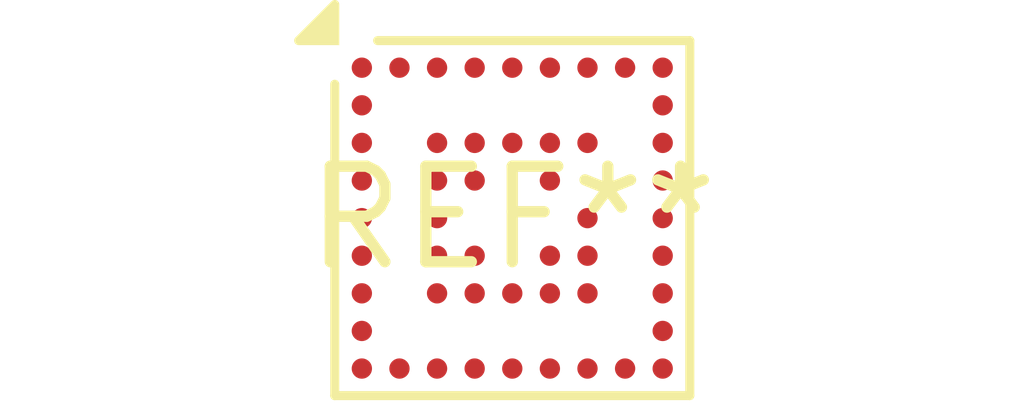
<source format=kicad_pcb>
(kicad_pcb (version 20240108) (generator pcbnew)
  (layers (0 "F.Cu" signal) (31 "B.Cu" signal) (34 "B.Paste" user) (35 "F.Paste" user) (36 "B.SilkS" user "B.Silkscreen") (37 "F.SilkS" user "F.Silkscreen") (38 "B.Mask" user) (39 "F.Mask" user) (44 "Edge.Cuts" user))
  (net 0 "")
  (footprint "ublox_ZOE_M8" (layer "F.Cu") (at 0 0)
    (property "Reference" "REF**")
    (property "Value" "ublox_ZOE_M8")
    (fp_line (start -2.36 2.36) (end -2.36 -1.78) (layer "F.SilkS") (stroke (width 0.12)))
    (fp_line (start -1.79 -2.36) (end 2.36 -2.36) (layer "F.SilkS") (stroke (width 0.12)))
    (fp_line (start 2.36 -2.36) (end 2.36 2.36) (layer "F.SilkS") (stroke (width 0.12)))
    (fp_line (start 2.36 2.36) (end -2.36 2.36) (layer "F.SilkS") (stroke (width 0.12)))
    (fp_poly (pts (xy -2.36 -2.36) (xy -2.36 -2.84) (xy -2.84 -2.36)) (layer "F.SilkS") (stroke (width 0.12)) (fill solid))
    (pad "A1" smd circle (at -2 -2) (size 0.27 0.27) (layers "F.Cu" "F.Paste" "F.Mask"))
    (pad "A2" smd circle (at -1.5 -2) (size 0.27 0.27) (layers "F.Cu" "F.Paste" "F.Mask"))
    (pad "A3" smd circle (at -1 -2) (size 0.27 0.27) (layers "F.Cu" "F.Paste" "F.Mask"))
    (pad "A4" smd circle (at -0.5 -2) (size 0.27 0.27) (layers "F.Cu" "F.Paste" "F.Mask"))
    (pad "A5" smd circle (at 0 -2) (size 0.27 0.27) (layers "F.Cu" "F.Paste" "F.Mask"))
    (pad "A6" smd circle (at 0.5 -2) (size 0.27 0.27) (layers "F.Cu" "F.Paste" "F.Mask"))
    (pad "A7" smd circle (at 1 -2) (size 0.27 0.27) (layers "F.Cu" "F.Paste" "F.Mask"))
    (pad "A8" smd circle (at 1.5 -2) (size 0.27 0.27) (layers "F.Cu" "F.Paste" "F.Mask"))
    (pad "A9" smd circle (at 2 -2) (size 0.27 0.27) (layers "F.Cu" "F.Paste" "F.Mask"))
    (pad "B1" smd circle (at -2 -1.5) (size 0.27 0.27) (layers "F.Cu" "F.Paste" "F.Mask"))
    (pad "B9" smd circle (at 2 -1.5) (size 0.27 0.27) (layers "F.Cu" "F.Paste" "F.Mask"))
    (pad "C1" smd circle (at -2 -1) (size 0.27 0.27) (layers "F.Cu" "F.Paste" "F.Mask"))
    (pad "C3" smd circle (at -1 -1) (size 0.27 0.27) (layers "F.Cu" "F.Paste" "F.Mask"))
    (pad "C4" smd circle (at -0.5 -1) (size 0.27 0.27) (layers "F.Cu" "F.Paste" "F.Mask"))
    (pad "C5" smd circle (at 0 -1) (size 0.27 0.27) (layers "F.Cu" "F.Paste" "F.Mask"))
    (pad "C6" smd circle (at 0.5 -1) (size 0.27 0.27) (layers "F.Cu" "F.Paste" "F.Mask"))
    (pad "C7" smd circle (at 1 -1) (size 0.27 0.27) (layers "F.Cu" "F.Paste" "F.Mask"))
    (pad "C9" smd circle (at 2 -1) (size 0.27 0.27) (layers "F.Cu" "F.Paste" "F.Mask"))
    (pad "D1" smd circle (at -2 -0.5) (size 0.27 0.27) (layers "F.Cu" "F.Paste" "F.Mask"))
    (pad "D3" smd circle (at -1 -0.5) (size 0.27 0.27) (layers "F.Cu" "F.Paste" "F.Mask"))
    (pad "D4" smd circle (at -0.5 -0.5) (size 0.27 0.27) (layers "F.Cu" "F.Paste" "F.Mask"))
    (pad "D6" smd circle (at 0.5 -0.5) (size 0.27 0.27) (layers "F.Cu" "F.Paste" "F.Mask"))
    (pad "D9" smd circle (at 2 -0.5) (size 0.27 0.27) (layers "F.Cu" "F.Paste" "F.Mask"))
    (pad "E1" smd circle (at -2 0) (size 0.27 0.27) (layers "F.Cu" "F.Paste" "F.Mask"))
    (pad "E3" smd circle (at -1 0) (size 0.27 0.27) (layers "F.Cu" "F.Paste" "F.Mask"))
    (pad "E7" smd circle (at 1 0) (size 0.27 0.27) (layers "F.Cu" "F.Paste" "F.Mask"))
    (pad "E9" smd circle (at 2 0) (size 0.27 0.27) (layers "F.Cu" "F.Paste" "F.Mask"))
    (pad "F1" smd circle (at -2 0.5) (size 0.27 0.27) (layers "F.Cu" "F.Paste" "F.Mask"))
    (pad "F3" smd circle (at -1 0.5) (size 0.27 0.27) (layers "F.Cu" "F.Paste" "F.Mask"))
    (pad "F4" smd circle (at -0.5 0.5) (size 0.27 0.27) (layers "F.Cu" "F.Paste" "F.Mask"))
    (pad "F6" smd circle (at 0.5 0.5) (size 0.27 0.27) (layers "F.Cu" "F.Paste" "F.Mask"))
    (pad "F7" smd circle (at 1 0.5) (size 0.27 0.27) (layers "F.Cu" "F.Paste" "F.Mask"))
    (pad "F9" smd circle (at 2 0.5) (size 0.27 0.27) (layers "F.Cu" "F.Paste" "F.Mask"))
    (pad "G1" smd circle (at -2 1) (size 0.27 0.27) (layers "F.Cu" "F.Paste" "F.Mask"))
    (pad "G3" smd circle (at -1 1) (size 0.27 0.27) (layers "F.Cu" "F.Paste" "F.Mask"))
    (pad "G4" smd circle (at -0.5 1) (size 0.27 0.27) (layers "F.Cu" "F.Paste" "F.Mask"))
    (pad "G5" smd circle (at 0 1) (size 0.27 0.27) (layers "F.Cu" "F.Paste" "F.Mask"))
    (pad "G6" smd circle (at 0.5 1) (size 0.27 0.27) (layers "F.Cu" "F.Paste" "F.Mask"))
    (pad "G7" smd circle (at 1 1) (size 0.27 0.27) (layers "F.Cu" "F.Paste" "F.Mask"))
    (pad "G9" smd circle (at 2 1) (size 0.27 0.27) (layers "F.Cu" "F.Paste" "F.Mask"))
    (pad "H1" smd circle (at -2 1.5) (size 0.27 0.27) (layers "F.Cu" "F.Paste" "F.Mask"))
    (pad "H9" smd circle (at 2 1.5) (size 0.27 0.27) (layers "F.Cu" "F.Paste" "F.Mask"))
    (pad "J1" smd circle (at -2 2) (size 0.27 0.27) (layers "F.Cu" "F.Paste" "F.Mask"))
    (pad "J2" smd circle (at -1.5 2) (size 0.27 0.27) (layers "F.Cu" "F.Paste" "F.Mask"))
    (pad "J3" smd circle (at -1 2) (size 0.27 0.27) (layers "F.Cu" "F.Paste" "F.Mask"))
    (pad "J4" smd circle (at -0.5 2) (size 0.27 0.27) (layers "F.Cu" "F.Paste" "F.Mask"))
    (pad "J5" smd circle (at 0 2) (size 0.27 0.27) (layers "F.Cu" "F.Paste" "F.Mask"))
    (pad "J6" smd circle (at 0.5 2) (size 0.27 0.27) (layers "F.Cu" "F.Paste" "F.Mask"))
    (pad "J7" smd circle (at 1 2) (size 0.27 0.27) (layers "F.Cu" "F.Paste" "F.Mask"))
    (pad "J8" smd circle (at 1.5 2) (size 0.27 0.27) (layers "F.Cu" "F.Paste" "F.Mask"))
    (pad "J9" smd circle (at 2 2) (size 0.27 0.27) (layers "F.Cu" "F.Paste" "F.Mask"))
  )
)
</source>
